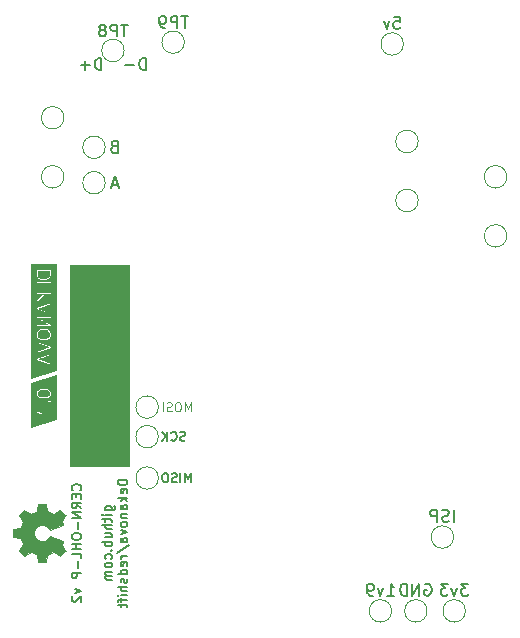
<source format=gbr>
%TF.GenerationSoftware,KiCad,Pcbnew,(6.0.7)*%
%TF.CreationDate,2022-11-12T21:38:40-05:00*%
%TF.ProjectId,redshift,72656473-6869-4667-942e-6b696361645f,0.2*%
%TF.SameCoordinates,Original*%
%TF.FileFunction,Legend,Bot*%
%TF.FilePolarity,Positive*%
%FSLAX46Y46*%
G04 Gerber Fmt 4.6, Leading zero omitted, Abs format (unit mm)*
G04 Created by KiCad (PCBNEW (6.0.7)) date 2022-11-12 21:38:40*
%MOMM*%
%LPD*%
G01*
G04 APERTURE LIST*
%ADD10C,0.069999*%
%ADD11C,0.120000*%
%ADD12C,0.150000*%
%ADD13C,0.125000*%
%ADD14C,1.500000*%
%ADD15O,2.700000X1.700000*%
%ADD16C,1.700000*%
%ADD17O,1.050000X2.100000*%
%ADD18O,1.000000X2.000000*%
%ADD19C,0.650000*%
%ADD20O,1.350000X1.350000*%
%ADD21R,1.350000X1.350000*%
%ADD22C,1.400000*%
%ADD23R,1.400000X1.400000*%
G04 APERTURE END LIST*
D10*
G36*
X3420550Y10822418D02*
G01*
X3421961Y10822313D01*
X3423366Y10822141D01*
X3424762Y10821903D01*
X3426147Y10821600D01*
X3427519Y10821235D01*
X3428877Y10820810D01*
X3430217Y10820325D01*
X3432838Y10819186D01*
X3435364Y10817831D01*
X3437779Y10816275D01*
X3440066Y10814530D01*
X3442207Y10812612D01*
X3444186Y10810533D01*
X3445986Y10808308D01*
X3446813Y10807145D01*
X3447588Y10805950D01*
X3448310Y10804726D01*
X3448977Y10803474D01*
X3449586Y10802195D01*
X3450135Y10800892D01*
X3450622Y10799566D01*
X3451045Y10798218D01*
X3451402Y10796852D01*
X3451690Y10795467D01*
X3562164Y10201498D01*
X3562451Y10200103D01*
X3562803Y10198704D01*
X3563693Y10195902D01*
X3564818Y10193112D01*
X3566162Y10190351D01*
X3567709Y10187638D01*
X3569442Y10184992D01*
X3571345Y10182430D01*
X3573402Y10179970D01*
X3575595Y10177632D01*
X3577910Y10175433D01*
X3580329Y10173392D01*
X3582836Y10171527D01*
X3585415Y10169857D01*
X3588049Y10168398D01*
X3590722Y10167171D01*
X3592068Y10166650D01*
X3593418Y10166193D01*
X4056656Y9980768D01*
X4059291Y9979621D01*
X4062082Y9978664D01*
X4065004Y9977896D01*
X4068034Y9977316D01*
X4071147Y9976921D01*
X4074319Y9976710D01*
X4077526Y9976680D01*
X4080744Y9976831D01*
X4083949Y9977160D01*
X4087115Y9977666D01*
X4090220Y9978347D01*
X4093239Y9979201D01*
X4096148Y9980226D01*
X4098922Y9981421D01*
X4101538Y9982784D01*
X4103971Y9984313D01*
X4595641Y10321667D01*
X4596827Y10322436D01*
X4598048Y10323144D01*
X4599301Y10323793D01*
X4600585Y10324383D01*
X4601896Y10324913D01*
X4603232Y10325384D01*
X4605966Y10326151D01*
X4608766Y10326685D01*
X4611611Y10326988D01*
X4614478Y10327062D01*
X4617347Y10326909D01*
X4620196Y10326531D01*
X4623002Y10325931D01*
X4625745Y10325110D01*
X4628402Y10324069D01*
X4630953Y10322812D01*
X4632181Y10322103D01*
X4633375Y10321340D01*
X4634531Y10320525D01*
X4635647Y10319656D01*
X4636720Y10318734D01*
X4637747Y10317760D01*
X5080873Y9874562D01*
X5081843Y9873538D01*
X5082762Y9872469D01*
X5083628Y9871356D01*
X5084441Y9870202D01*
X5085201Y9869011D01*
X5085908Y9867785D01*
X5086561Y9866526D01*
X5087161Y9865238D01*
X5087707Y9863923D01*
X5088198Y9862584D01*
X5089017Y9859843D01*
X5089617Y9857038D01*
X5089994Y9854190D01*
X5090147Y9851321D01*
X5090074Y9848452D01*
X5089773Y9845605D01*
X5089537Y9844197D01*
X5089243Y9842802D01*
X5088890Y9841423D01*
X5088480Y9840064D01*
X5088011Y9838726D01*
X5087483Y9837412D01*
X5086896Y9836126D01*
X5086250Y9834869D01*
X5085545Y9833645D01*
X5084780Y9832456D01*
X4753285Y9349540D01*
X4751780Y9347112D01*
X4750460Y9344511D01*
X4749324Y9341760D01*
X4748375Y9338883D01*
X4747612Y9335905D01*
X4747036Y9332849D01*
X4746647Y9329738D01*
X4746447Y9326598D01*
X4746436Y9323450D01*
X4746614Y9320320D01*
X4746982Y9317232D01*
X4747541Y9314208D01*
X4748291Y9311273D01*
X4749232Y9308450D01*
X4750367Y9305764D01*
X4751694Y9303238D01*
X4865423Y9090249D01*
X4866032Y9088978D01*
X4866567Y9087697D01*
X4867028Y9086407D01*
X4867418Y9085110D01*
X4867736Y9083809D01*
X4867983Y9082505D01*
X4868161Y9081202D01*
X4868270Y9079902D01*
X4868312Y9078606D01*
X4868286Y9077316D01*
X4868193Y9076036D01*
X4868036Y9074768D01*
X4867814Y9073513D01*
X4867528Y9072273D01*
X4867180Y9071052D01*
X4866769Y9069851D01*
X4866297Y9068673D01*
X4865766Y9067520D01*
X4865174Y9066393D01*
X4864525Y9065296D01*
X4863817Y9064231D01*
X4863053Y9063199D01*
X4862233Y9062203D01*
X4861357Y9061246D01*
X4860428Y9060329D01*
X4859445Y9059454D01*
X4858409Y9058625D01*
X4857322Y9057843D01*
X4856184Y9057111D01*
X4854996Y9056430D01*
X4853759Y9055803D01*
X4852474Y9055233D01*
X3791360Y8616014D01*
X3790040Y8615503D01*
X3788699Y8615059D01*
X3787341Y8614683D01*
X3785967Y8614372D01*
X3784581Y8614126D01*
X3783185Y8613945D01*
X3780372Y8613771D01*
X3777549Y8613844D01*
X3774736Y8614157D01*
X3771954Y8614703D01*
X3769222Y8615474D01*
X3766562Y8616465D01*
X3763993Y8617668D01*
X3761537Y8619077D01*
X3759212Y8620685D01*
X3757040Y8622484D01*
X3756017Y8623453D01*
X3755040Y8624468D01*
X3754112Y8625527D01*
X3753234Y8626630D01*
X3752410Y8627776D01*
X3751641Y8628964D01*
X3719013Y8682211D01*
X3716569Y8686059D01*
X3713779Y8690162D01*
X3710704Y8694445D01*
X3707405Y8698832D01*
X3703942Y8703249D01*
X3700377Y8707621D01*
X3696771Y8711871D01*
X3693185Y8715925D01*
X3669033Y8751206D01*
X3642810Y8784879D01*
X3614609Y8816853D01*
X3584520Y8847034D01*
X3552635Y8875331D01*
X3519045Y8901651D01*
X3483840Y8925902D01*
X3447113Y8947992D01*
X3408954Y8967829D01*
X3389366Y8976874D01*
X3369455Y8985320D01*
X3349231Y8993157D01*
X3328706Y9000374D01*
X3307892Y9006957D01*
X3286799Y9012897D01*
X3265440Y9018181D01*
X3243826Y9022798D01*
X3221968Y9026736D01*
X3199877Y9029984D01*
X3177565Y9032530D01*
X3155043Y9034363D01*
X3132324Y9035472D01*
X3109417Y9035844D01*
X3073749Y9034942D01*
X3038549Y9032264D01*
X3003861Y9027856D01*
X2969728Y9021759D01*
X2936194Y9014018D01*
X2903302Y9004676D01*
X2871095Y8993776D01*
X2839619Y8981364D01*
X2808915Y8967481D01*
X2779027Y8952171D01*
X2750000Y8935479D01*
X2721876Y8917448D01*
X2694700Y8898120D01*
X2668514Y8877541D01*
X2643363Y8855753D01*
X2619290Y8832800D01*
X2596338Y8808726D01*
X2574551Y8783574D01*
X2553973Y8757388D01*
X2534646Y8730211D01*
X2516616Y8702087D01*
X2499925Y8673060D01*
X2484617Y8643173D01*
X2470735Y8612470D01*
X2458323Y8580994D01*
X2447425Y8548788D01*
X2438084Y8515898D01*
X2430344Y8482365D01*
X2424247Y8448234D01*
X2419839Y8413548D01*
X2417162Y8378352D01*
X2416260Y8342687D01*
X2417162Y8307023D01*
X2419839Y8271827D01*
X2424247Y8237144D01*
X2430344Y8203015D01*
X2438084Y8169486D01*
X2447425Y8136599D01*
X2458323Y8104398D01*
X2470735Y8072927D01*
X2484617Y8042229D01*
X2499925Y8012347D01*
X2516616Y7983326D01*
X2534646Y7955209D01*
X2553973Y7928038D01*
X2574551Y7901859D01*
X2596338Y7876713D01*
X2619290Y7852646D01*
X2643363Y7829700D01*
X2668514Y7807919D01*
X2694700Y7787346D01*
X2721876Y7768025D01*
X2750000Y7750000D01*
X2779027Y7733314D01*
X2808915Y7718010D01*
X2839619Y7704132D01*
X2871095Y7691725D01*
X2903302Y7680830D01*
X2936194Y7671492D01*
X2969728Y7663754D01*
X3003861Y7657660D01*
X3038549Y7653253D01*
X3073749Y7650577D01*
X3109417Y7649675D01*
X3155043Y7651154D01*
X3199877Y7655530D01*
X3243826Y7662711D01*
X3286799Y7672605D01*
X3328706Y7685121D01*
X3369455Y7700166D01*
X3408954Y7717648D01*
X3447113Y7737476D01*
X3483840Y7759558D01*
X3519045Y7783802D01*
X3552635Y7810116D01*
X3584520Y7838408D01*
X3614609Y7868587D01*
X3642810Y7900560D01*
X3669033Y7934235D01*
X3693185Y7969521D01*
X3696771Y7973553D01*
X3700377Y7977789D01*
X3703942Y7982151D01*
X3707405Y7986564D01*
X3710704Y7990949D01*
X3713779Y7995228D01*
X3716569Y7999325D01*
X3719013Y8003162D01*
X3751641Y8056482D01*
X3752410Y8057663D01*
X3753234Y8058802D01*
X3754112Y8059899D01*
X3755040Y8060952D01*
X3756017Y8061961D01*
X3757040Y8062925D01*
X3758105Y8063843D01*
X3759212Y8064714D01*
X3760356Y8065537D01*
X3761537Y8066312D01*
X3762750Y8067038D01*
X3763993Y8067713D01*
X3765265Y8068337D01*
X3766562Y8068909D01*
X3767882Y8069429D01*
X3769222Y8069894D01*
X3770580Y8070306D01*
X3771954Y8070662D01*
X3773340Y8070962D01*
X3774736Y8071204D01*
X3776140Y8071389D01*
X3777549Y8071515D01*
X3778960Y8071582D01*
X3780372Y8071588D01*
X3781781Y8071533D01*
X3783185Y8071416D01*
X3784581Y8071236D01*
X3785967Y8070992D01*
X3787341Y8070683D01*
X3788699Y8070309D01*
X3790040Y8069868D01*
X3791360Y8069360D01*
X4852546Y7630214D01*
X4853831Y7629643D01*
X4855067Y7629017D01*
X4856253Y7628336D01*
X4857390Y7627604D01*
X4858474Y7626823D01*
X4859507Y7625995D01*
X4860487Y7625122D01*
X4861413Y7624206D01*
X4862285Y7623250D01*
X4863101Y7622255D01*
X4863861Y7621224D01*
X4864564Y7620160D01*
X4865210Y7619064D01*
X4865796Y7617939D01*
X4866324Y7616786D01*
X4866791Y7615609D01*
X4867198Y7614409D01*
X4867542Y7613188D01*
X4867824Y7611950D01*
X4868043Y7610695D01*
X4868197Y7609427D01*
X4868286Y7608146D01*
X4868309Y7606857D01*
X4868266Y7605560D01*
X4868155Y7604259D01*
X4867976Y7602955D01*
X4867728Y7601650D01*
X4867410Y7600347D01*
X4867022Y7599048D01*
X4866562Y7597756D01*
X4866029Y7596472D01*
X4865423Y7595198D01*
X4751694Y7382208D01*
X4750366Y7379676D01*
X4749231Y7376985D01*
X4748288Y7374160D01*
X4747536Y7371223D01*
X4746975Y7368198D01*
X4746604Y7365110D01*
X4746424Y7361981D01*
X4746433Y7358835D01*
X4746632Y7355696D01*
X4747019Y7352588D01*
X4747595Y7349534D01*
X4748359Y7346558D01*
X4749310Y7343684D01*
X4750449Y7340934D01*
X4751774Y7338334D01*
X4753285Y7335906D01*
X5084780Y6852917D01*
X5085545Y6851732D01*
X5086250Y6850511D01*
X5086896Y6849257D01*
X5087483Y6847974D01*
X5088011Y6846663D01*
X5088480Y6845328D01*
X5089243Y6842594D01*
X5089773Y6839795D01*
X5090074Y6836951D01*
X5090147Y6834086D01*
X5089994Y6831220D01*
X5089617Y6828375D01*
X5089017Y6825574D01*
X5088198Y6822837D01*
X5087161Y6820186D01*
X5085908Y6817644D01*
X5085201Y6816420D01*
X5084441Y6815232D01*
X5083628Y6814081D01*
X5082762Y6812971D01*
X5081843Y6811904D01*
X5080873Y6810884D01*
X4637747Y6367614D01*
X4636720Y6366636D01*
X4635647Y6365712D01*
X4634531Y6364842D01*
X4633375Y6364024D01*
X4632181Y6363261D01*
X4630953Y6362551D01*
X4629692Y6361896D01*
X4628402Y6361295D01*
X4627086Y6360749D01*
X4625745Y6360257D01*
X4623002Y6359440D01*
X4620196Y6358845D01*
X4617347Y6358473D01*
X4614478Y6358328D01*
X4611611Y6358410D01*
X4608766Y6358721D01*
X4607359Y6358963D01*
X4605966Y6359263D01*
X4604589Y6359622D01*
X4603232Y6360039D01*
X4601896Y6360514D01*
X4600585Y6361049D01*
X4599301Y6361642D01*
X4598048Y6362295D01*
X4596827Y6363007D01*
X4595641Y6363780D01*
X4103971Y6701206D01*
X4101538Y6702722D01*
X4098922Y6704073D01*
X4096148Y6705258D01*
X4093239Y6706275D01*
X4090220Y6707122D01*
X4087115Y6707797D01*
X4083949Y6708298D01*
X4080744Y6708623D01*
X4077526Y6708771D01*
X4074319Y6708740D01*
X4071147Y6708527D01*
X4068034Y6708131D01*
X4065004Y6707550D01*
X4062082Y6706782D01*
X4059291Y6705826D01*
X4056656Y6704678D01*
X3593491Y6519253D01*
X3592141Y6518793D01*
X3590795Y6518270D01*
X3588121Y6517042D01*
X3585487Y6515586D01*
X3582908Y6513920D01*
X3580401Y6512062D01*
X3577982Y6510029D01*
X3575668Y6507840D01*
X3573474Y6505512D01*
X3571418Y6503063D01*
X3569515Y6500511D01*
X3567781Y6497873D01*
X3566235Y6495167D01*
X3564890Y6492411D01*
X3563765Y6489623D01*
X3563290Y6488222D01*
X3562875Y6486820D01*
X3562523Y6485419D01*
X3562237Y6484020D01*
X3451690Y5890051D01*
X3451402Y5888670D01*
X3451046Y5887306D01*
X3450624Y5885960D01*
X3450138Y5884635D01*
X3449591Y5883331D01*
X3448984Y5882052D01*
X3448319Y5880799D01*
X3447599Y5879573D01*
X3446826Y5878376D01*
X3446002Y5877210D01*
X3445129Y5876077D01*
X3444209Y5874979D01*
X3443244Y5873917D01*
X3442237Y5872893D01*
X3441189Y5871908D01*
X3440102Y5870966D01*
X3438979Y5870067D01*
X3437822Y5869213D01*
X3436633Y5868406D01*
X3435413Y5867648D01*
X3434166Y5866940D01*
X3432893Y5866285D01*
X3431596Y5865683D01*
X3430278Y5865137D01*
X3428940Y5864649D01*
X3427585Y5864221D01*
X3426214Y5863853D01*
X3424831Y5863548D01*
X3423436Y5863308D01*
X3422032Y5863134D01*
X3420622Y5863029D01*
X3419207Y5862993D01*
X2792465Y5862921D01*
X2791046Y5862953D01*
X2789633Y5863054D01*
X2788228Y5863224D01*
X2786831Y5863459D01*
X2785447Y5863759D01*
X2784076Y5864121D01*
X2782720Y5864545D01*
X2781382Y5865027D01*
X2780064Y5865567D01*
X2778767Y5866162D01*
X2776248Y5867513D01*
X2773840Y5869066D01*
X2771561Y5870807D01*
X2769426Y5872722D01*
X2767452Y5874798D01*
X2765655Y5877019D01*
X2764052Y5879373D01*
X2763329Y5880595D01*
X2762660Y5881845D01*
X2762048Y5883121D01*
X2761494Y5884422D01*
X2761001Y5885745D01*
X2760572Y5887090D01*
X2760206Y5888453D01*
X2759908Y5889834D01*
X2646686Y6498779D01*
X2646036Y6501571D01*
X2645141Y6504379D01*
X2644015Y6507184D01*
X2642675Y6509968D01*
X2641136Y6512711D01*
X2639414Y6515395D01*
X2637526Y6518001D01*
X2635487Y6520511D01*
X2633313Y6522906D01*
X2631020Y6525167D01*
X2628623Y6527275D01*
X2626139Y6529213D01*
X2623584Y6530961D01*
X2620973Y6532501D01*
X2618323Y6533813D01*
X2615648Y6534880D01*
X2180192Y6721535D01*
X2177585Y6722744D01*
X2174821Y6723760D01*
X2171925Y6724584D01*
X2168921Y6725218D01*
X2165832Y6725664D01*
X2162682Y6725923D01*
X2159495Y6725997D01*
X2156296Y6725886D01*
X2153107Y6725594D01*
X2149953Y6725121D01*
X2146857Y6724468D01*
X2143844Y6723638D01*
X2140937Y6722631D01*
X2138161Y6721450D01*
X2135538Y6720095D01*
X2133094Y6718569D01*
X1615958Y6363780D01*
X1614772Y6363014D01*
X1613552Y6362307D01*
X1612300Y6361659D01*
X1611017Y6361070D01*
X1609708Y6360539D01*
X1608374Y6360066D01*
X1605645Y6359294D01*
X1602850Y6358754D01*
X1600011Y6358442D01*
X1597150Y6358358D01*
X1594288Y6358501D01*
X1591446Y6358869D01*
X1588646Y6359459D01*
X1585910Y6360272D01*
X1583258Y6361305D01*
X1580712Y6362558D01*
X1579485Y6363265D01*
X1578293Y6364027D01*
X1577138Y6364843D01*
X1576023Y6365713D01*
X1574951Y6366637D01*
X1573924Y6367614D01*
X1130799Y6810812D01*
X1129821Y6811839D01*
X1128897Y6812911D01*
X1128025Y6814026D01*
X1127206Y6815181D01*
X1126441Y6816373D01*
X1125730Y6817599D01*
X1125072Y6818858D01*
X1124469Y6820145D01*
X1123920Y6821459D01*
X1123425Y6822797D01*
X1122602Y6825534D01*
X1122000Y6828334D01*
X1121622Y6831175D01*
X1121470Y6834037D01*
X1121545Y6836898D01*
X1121850Y6839737D01*
X1122089Y6841141D01*
X1122387Y6842532D01*
X1122743Y6843906D01*
X1123158Y6845261D01*
X1123631Y6846595D01*
X1124164Y6847904D01*
X1124756Y6849187D01*
X1125408Y6850439D01*
X1126120Y6851660D01*
X1126892Y6852845D01*
X1487976Y7379025D01*
X1489497Y7381459D01*
X1490852Y7384077D01*
X1492038Y7386854D01*
X1493055Y7389767D01*
X1493899Y7392791D01*
X1494570Y7395900D01*
X1495066Y7399071D01*
X1495385Y7402279D01*
X1495526Y7405500D01*
X1495486Y7408709D01*
X1495265Y7411882D01*
X1494861Y7414993D01*
X1494271Y7418019D01*
X1493495Y7420935D01*
X1492531Y7423717D01*
X1491376Y7426340D01*
X1318539Y7848485D01*
X1318062Y7849827D01*
X1317521Y7851165D01*
X1316919Y7852498D01*
X1316258Y7853822D01*
X1314766Y7856438D01*
X1313066Y7858997D01*
X1311174Y7861485D01*
X1309110Y7863885D01*
X1306890Y7866182D01*
X1304534Y7868359D01*
X1302059Y7870402D01*
X1299484Y7872293D01*
X1296827Y7874018D01*
X1294106Y7875561D01*
X1291339Y7876906D01*
X1288544Y7878037D01*
X1285740Y7878938D01*
X1284340Y7879298D01*
X1282944Y7879594D01*
X653091Y7996796D01*
X651707Y7997087D01*
X650340Y7997446D01*
X648993Y7997871D01*
X647667Y7998359D01*
X646364Y7998908D01*
X645085Y7999517D01*
X643833Y8000182D01*
X642608Y8000903D01*
X641414Y8001676D01*
X640250Y8002501D01*
X639120Y8003374D01*
X638025Y8004294D01*
X636967Y8005258D01*
X635947Y8006265D01*
X634967Y8007313D01*
X634028Y8008398D01*
X633134Y8009520D01*
X632284Y8010676D01*
X631482Y8011865D01*
X630728Y8013083D01*
X630024Y8014329D01*
X629373Y8015601D01*
X628775Y8016896D01*
X628234Y8018214D01*
X627749Y8019550D01*
X627323Y8020905D01*
X626959Y8022274D01*
X626656Y8023657D01*
X626418Y8025051D01*
X626246Y8026454D01*
X626141Y8027865D01*
X626106Y8029280D01*
X626106Y8656022D01*
X626141Y8657434D01*
X626246Y8658841D01*
X626418Y8660242D01*
X626656Y8661634D01*
X626959Y8663015D01*
X627323Y8664383D01*
X627749Y8665736D01*
X628234Y8667072D01*
X628775Y8668389D01*
X629373Y8669684D01*
X630728Y8672202D01*
X632284Y8674610D01*
X634028Y8676889D01*
X635947Y8679025D01*
X638025Y8680998D01*
X640250Y8682794D01*
X641414Y8683619D01*
X642608Y8684394D01*
X643833Y8685115D01*
X645085Y8685782D01*
X646364Y8686391D01*
X647667Y8686941D01*
X648993Y8687430D01*
X650340Y8687855D01*
X651707Y8688214D01*
X653091Y8688506D01*
X1282944Y8805708D01*
X1285740Y8806363D01*
X1288544Y8807263D01*
X1291339Y8808392D01*
X1294106Y8809735D01*
X1296827Y8811276D01*
X1299484Y8812998D01*
X1302059Y8814888D01*
X1304534Y8816928D01*
X1306890Y8819104D01*
X1309110Y8821400D01*
X1311174Y8823800D01*
X1313066Y8826289D01*
X1314766Y8828850D01*
X1316258Y8831469D01*
X1317521Y8834130D01*
X1318539Y8836817D01*
X1491376Y9258962D01*
X1492531Y9261591D01*
X1493495Y9264378D01*
X1494271Y9267299D01*
X1494861Y9270329D01*
X1495265Y9273444D01*
X1495486Y9276619D01*
X1495526Y9279829D01*
X1495385Y9283050D01*
X1495066Y9286258D01*
X1494570Y9289428D01*
X1493899Y9292535D01*
X1493055Y9295555D01*
X1492038Y9298464D01*
X1490852Y9301237D01*
X1489497Y9303849D01*
X1487976Y9306277D01*
X1126892Y9832456D01*
X1126120Y9833645D01*
X1125408Y9834869D01*
X1124756Y9836126D01*
X1124164Y9837412D01*
X1123631Y9838726D01*
X1123158Y9840064D01*
X1122387Y9842802D01*
X1121850Y9845605D01*
X1121545Y9848452D01*
X1121470Y9851321D01*
X1121622Y9854190D01*
X1122000Y9857038D01*
X1122602Y9859843D01*
X1123425Y9862584D01*
X1124469Y9865238D01*
X1125730Y9867785D01*
X1126441Y9869011D01*
X1127206Y9870202D01*
X1128025Y9871356D01*
X1128897Y9872469D01*
X1129821Y9873538D01*
X1130799Y9874562D01*
X1573924Y10317688D01*
X1574951Y10318662D01*
X1576023Y10319584D01*
X1577138Y10320453D01*
X1578293Y10321270D01*
X1579485Y10322033D01*
X1580712Y10322743D01*
X1581970Y10323400D01*
X1583258Y10324002D01*
X1584572Y10324551D01*
X1585910Y10325045D01*
X1588646Y10325868D01*
X1591446Y10326471D01*
X1594288Y10326851D01*
X1597150Y10327005D01*
X1600011Y10326932D01*
X1602850Y10326629D01*
X1604254Y10326391D01*
X1605645Y10326094D01*
X1607019Y10325739D01*
X1608374Y10325326D01*
X1609708Y10324853D01*
X1611017Y10324321D01*
X1612300Y10323729D01*
X1613552Y10323078D01*
X1614772Y10322366D01*
X1615958Y10321595D01*
X2133094Y9966732D01*
X2135538Y9965220D01*
X2138161Y9963878D01*
X2140937Y9962708D01*
X2143844Y9961712D01*
X2146857Y9960891D01*
X2149953Y9960246D01*
X2153107Y9959780D01*
X2156296Y9959493D01*
X2159495Y9959387D01*
X2162682Y9959464D01*
X2165832Y9959724D01*
X2168921Y9960170D01*
X2171925Y9960803D01*
X2174821Y9961625D01*
X2177585Y9962636D01*
X2180192Y9963839D01*
X2615648Y10150566D01*
X2616988Y10151064D01*
X2618323Y10151625D01*
X2620973Y10152929D01*
X2623584Y10154458D01*
X2626139Y10156196D01*
X2628623Y10158123D01*
X2631020Y10160221D01*
X2633313Y10162472D01*
X2635487Y10164858D01*
X2637526Y10167360D01*
X2639414Y10169960D01*
X2641136Y10172640D01*
X2642675Y10175381D01*
X2644015Y10178166D01*
X2645141Y10180975D01*
X2645618Y10182383D01*
X2646036Y10183791D01*
X2646393Y10185196D01*
X2646686Y10186595D01*
X2759908Y10795467D01*
X2760206Y10796855D01*
X2760571Y10798224D01*
X2761001Y10799574D01*
X2761493Y10800902D01*
X2762045Y10802207D01*
X2762657Y10803487D01*
X2763324Y10804741D01*
X2764046Y10805966D01*
X2764821Y10807161D01*
X2765646Y10808325D01*
X2766519Y10809455D01*
X2767439Y10810550D01*
X2768403Y10811608D01*
X2769408Y10812627D01*
X2770455Y10813607D01*
X2771539Y10814544D01*
X2772659Y10815438D01*
X2773813Y10816287D01*
X2774999Y10817088D01*
X2776215Y10817841D01*
X2777459Y10818543D01*
X2778728Y10819193D01*
X2780022Y10819790D01*
X2781337Y10820330D01*
X2782671Y10820814D01*
X2784024Y10821239D01*
X2785392Y10821603D01*
X2786773Y10821904D01*
X2788166Y10822142D01*
X2789568Y10822313D01*
X2790978Y10822418D01*
X2792392Y10822453D01*
X3419134Y10822453D01*
X3420550Y10822418D01*
G37*
X3420550Y10822418D02*
X3421961Y10822313D01*
X3423366Y10822141D01*
X3424762Y10821903D01*
X3426147Y10821600D01*
X3427519Y10821235D01*
X3428877Y10820810D01*
X3430217Y10820325D01*
X3432838Y10819186D01*
X3435364Y10817831D01*
X3437779Y10816275D01*
X3440066Y10814530D01*
X3442207Y10812612D01*
X3444186Y10810533D01*
X3445986Y10808308D01*
X3446813Y10807145D01*
X3447588Y10805950D01*
X3448310Y10804726D01*
X3448977Y10803474D01*
X3449586Y10802195D01*
X3450135Y10800892D01*
X3450622Y10799566D01*
X3451045Y10798218D01*
X3451402Y10796852D01*
X3451690Y10795467D01*
X3562164Y10201498D01*
X3562451Y10200103D01*
X3562803Y10198704D01*
X3563693Y10195902D01*
X3564818Y10193112D01*
X3566162Y10190351D01*
X3567709Y10187638D01*
X3569442Y10184992D01*
X3571345Y10182430D01*
X3573402Y10179970D01*
X3575595Y10177632D01*
X3577910Y10175433D01*
X3580329Y10173392D01*
X3582836Y10171527D01*
X3585415Y10169857D01*
X3588049Y10168398D01*
X3590722Y10167171D01*
X3592068Y10166650D01*
X3593418Y10166193D01*
X4056656Y9980768D01*
X4059291Y9979621D01*
X4062082Y9978664D01*
X4065004Y9977896D01*
X4068034Y9977316D01*
X4071147Y9976921D01*
X4074319Y9976710D01*
X4077526Y9976680D01*
X4080744Y9976831D01*
X4083949Y9977160D01*
X4087115Y9977666D01*
X4090220Y9978347D01*
X4093239Y9979201D01*
X4096148Y9980226D01*
X4098922Y9981421D01*
X4101538Y9982784D01*
X4103971Y9984313D01*
X4595641Y10321667D01*
X4596827Y10322436D01*
X4598048Y10323144D01*
X4599301Y10323793D01*
X4600585Y10324383D01*
X4601896Y10324913D01*
X4603232Y10325384D01*
X4605966Y10326151D01*
X4608766Y10326685D01*
X4611611Y10326988D01*
X4614478Y10327062D01*
X4617347Y10326909D01*
X4620196Y10326531D01*
X4623002Y10325931D01*
X4625745Y10325110D01*
X4628402Y10324069D01*
X4630953Y10322812D01*
X4632181Y10322103D01*
X4633375Y10321340D01*
X4634531Y10320525D01*
X4635647Y10319656D01*
X4636720Y10318734D01*
X4637747Y10317760D01*
X5080873Y9874562D01*
X5081843Y9873538D01*
X5082762Y9872469D01*
X5083628Y9871356D01*
X5084441Y9870202D01*
X5085201Y9869011D01*
X5085908Y9867785D01*
X5086561Y9866526D01*
X5087161Y9865238D01*
X5087707Y9863923D01*
X5088198Y9862584D01*
X5089017Y9859843D01*
X5089617Y9857038D01*
X5089994Y9854190D01*
X5090147Y9851321D01*
X5090074Y9848452D01*
X5089773Y9845605D01*
X5089537Y9844197D01*
X5089243Y9842802D01*
X5088890Y9841423D01*
X5088480Y9840064D01*
X5088011Y9838726D01*
X5087483Y9837412D01*
X5086896Y9836126D01*
X5086250Y9834869D01*
X5085545Y9833645D01*
X5084780Y9832456D01*
X4753285Y9349540D01*
X4751780Y9347112D01*
X4750460Y9344511D01*
X4749324Y9341760D01*
X4748375Y9338883D01*
X4747612Y9335905D01*
X4747036Y9332849D01*
X4746647Y9329738D01*
X4746447Y9326598D01*
X4746436Y9323450D01*
X4746614Y9320320D01*
X4746982Y9317232D01*
X4747541Y9314208D01*
X4748291Y9311273D01*
X4749232Y9308450D01*
X4750367Y9305764D01*
X4751694Y9303238D01*
X4865423Y9090249D01*
X4866032Y9088978D01*
X4866567Y9087697D01*
X4867028Y9086407D01*
X4867418Y9085110D01*
X4867736Y9083809D01*
X4867983Y9082505D01*
X4868161Y9081202D01*
X4868270Y9079902D01*
X4868312Y9078606D01*
X4868286Y9077316D01*
X4868193Y9076036D01*
X4868036Y9074768D01*
X4867814Y9073513D01*
X4867528Y9072273D01*
X4867180Y9071052D01*
X4866769Y9069851D01*
X4866297Y9068673D01*
X4865766Y9067520D01*
X4865174Y9066393D01*
X4864525Y9065296D01*
X4863817Y9064231D01*
X4863053Y9063199D01*
X4862233Y9062203D01*
X4861357Y9061246D01*
X4860428Y9060329D01*
X4859445Y9059454D01*
X4858409Y9058625D01*
X4857322Y9057843D01*
X4856184Y9057111D01*
X4854996Y9056430D01*
X4853759Y9055803D01*
X4852474Y9055233D01*
X3791360Y8616014D01*
X3790040Y8615503D01*
X3788699Y8615059D01*
X3787341Y8614683D01*
X3785967Y8614372D01*
X3784581Y8614126D01*
X3783185Y8613945D01*
X3780372Y8613771D01*
X3777549Y8613844D01*
X3774736Y8614157D01*
X3771954Y8614703D01*
X3769222Y8615474D01*
X3766562Y8616465D01*
X3763993Y8617668D01*
X3761537Y8619077D01*
X3759212Y8620685D01*
X3757040Y8622484D01*
X3756017Y8623453D01*
X3755040Y8624468D01*
X3754112Y8625527D01*
X3753234Y8626630D01*
X3752410Y8627776D01*
X3751641Y8628964D01*
X3719013Y8682211D01*
X3716569Y8686059D01*
X3713779Y8690162D01*
X3710704Y8694445D01*
X3707405Y8698832D01*
X3703942Y8703249D01*
X3700377Y8707621D01*
X3696771Y8711871D01*
X3693185Y8715925D01*
X3669033Y8751206D01*
X3642810Y8784879D01*
X3614609Y8816853D01*
X3584520Y8847034D01*
X3552635Y8875331D01*
X3519045Y8901651D01*
X3483840Y8925902D01*
X3447113Y8947992D01*
X3408954Y8967829D01*
X3389366Y8976874D01*
X3369455Y8985320D01*
X3349231Y8993157D01*
X3328706Y9000374D01*
X3307892Y9006957D01*
X3286799Y9012897D01*
X3265440Y9018181D01*
X3243826Y9022798D01*
X3221968Y9026736D01*
X3199877Y9029984D01*
X3177565Y9032530D01*
X3155043Y9034363D01*
X3132324Y9035472D01*
X3109417Y9035844D01*
X3073749Y9034942D01*
X3038549Y9032264D01*
X3003861Y9027856D01*
X2969728Y9021759D01*
X2936194Y9014018D01*
X2903302Y9004676D01*
X2871095Y8993776D01*
X2839619Y8981364D01*
X2808915Y8967481D01*
X2779027Y8952171D01*
X2750000Y8935479D01*
X2721876Y8917448D01*
X2694700Y8898120D01*
X2668514Y8877541D01*
X2643363Y8855753D01*
X2619290Y8832800D01*
X2596338Y8808726D01*
X2574551Y8783574D01*
X2553973Y8757388D01*
X2534646Y8730211D01*
X2516616Y8702087D01*
X2499925Y8673060D01*
X2484617Y8643173D01*
X2470735Y8612470D01*
X2458323Y8580994D01*
X2447425Y8548788D01*
X2438084Y8515898D01*
X2430344Y8482365D01*
X2424247Y8448234D01*
X2419839Y8413548D01*
X2417162Y8378352D01*
X2416260Y8342687D01*
X2417162Y8307023D01*
X2419839Y8271827D01*
X2424247Y8237144D01*
X2430344Y8203015D01*
X2438084Y8169486D01*
X2447425Y8136599D01*
X2458323Y8104398D01*
X2470735Y8072927D01*
X2484617Y8042229D01*
X2499925Y8012347D01*
X2516616Y7983326D01*
X2534646Y7955209D01*
X2553973Y7928038D01*
X2574551Y7901859D01*
X2596338Y7876713D01*
X2619290Y7852646D01*
X2643363Y7829700D01*
X2668514Y7807919D01*
X2694700Y7787346D01*
X2721876Y7768025D01*
X2750000Y7750000D01*
X2779027Y7733314D01*
X2808915Y7718010D01*
X2839619Y7704132D01*
X2871095Y7691725D01*
X2903302Y7680830D01*
X2936194Y7671492D01*
X2969728Y7663754D01*
X3003861Y7657660D01*
X3038549Y7653253D01*
X3073749Y7650577D01*
X3109417Y7649675D01*
X3155043Y7651154D01*
X3199877Y7655530D01*
X3243826Y7662711D01*
X3286799Y7672605D01*
X3328706Y7685121D01*
X3369455Y7700166D01*
X3408954Y7717648D01*
X3447113Y7737476D01*
X3483840Y7759558D01*
X3519045Y7783802D01*
X3552635Y7810116D01*
X3584520Y7838408D01*
X3614609Y7868587D01*
X3642810Y7900560D01*
X3669033Y7934235D01*
X3693185Y7969521D01*
X3696771Y7973553D01*
X3700377Y7977789D01*
X3703942Y7982151D01*
X3707405Y7986564D01*
X3710704Y7990949D01*
X3713779Y7995228D01*
X3716569Y7999325D01*
X3719013Y8003162D01*
X3751641Y8056482D01*
X3752410Y8057663D01*
X3753234Y8058802D01*
X3754112Y8059899D01*
X3755040Y8060952D01*
X3756017Y8061961D01*
X3757040Y8062925D01*
X3758105Y8063843D01*
X3759212Y8064714D01*
X3760356Y8065537D01*
X3761537Y8066312D01*
X3762750Y8067038D01*
X3763993Y8067713D01*
X3765265Y8068337D01*
X3766562Y8068909D01*
X3767882Y8069429D01*
X3769222Y8069894D01*
X3770580Y8070306D01*
X3771954Y8070662D01*
X3773340Y8070962D01*
X3774736Y8071204D01*
X3776140Y8071389D01*
X3777549Y8071515D01*
X3778960Y8071582D01*
X3780372Y8071588D01*
X3781781Y8071533D01*
X3783185Y8071416D01*
X3784581Y8071236D01*
X3785967Y8070992D01*
X3787341Y8070683D01*
X3788699Y8070309D01*
X3790040Y8069868D01*
X3791360Y8069360D01*
X4852546Y7630214D01*
X4853831Y7629643D01*
X4855067Y7629017D01*
X4856253Y7628336D01*
X4857390Y7627604D01*
X4858474Y7626823D01*
X4859507Y7625995D01*
X4860487Y7625122D01*
X4861413Y7624206D01*
X4862285Y7623250D01*
X4863101Y7622255D01*
X4863861Y7621224D01*
X4864564Y7620160D01*
X4865210Y7619064D01*
X4865796Y7617939D01*
X4866324Y7616786D01*
X4866791Y7615609D01*
X4867198Y7614409D01*
X4867542Y7613188D01*
X4867824Y7611950D01*
X4868043Y7610695D01*
X4868197Y7609427D01*
X4868286Y7608146D01*
X4868309Y7606857D01*
X4868266Y7605560D01*
X4868155Y7604259D01*
X4867976Y7602955D01*
X4867728Y7601650D01*
X4867410Y7600347D01*
X4867022Y7599048D01*
X4866562Y7597756D01*
X4866029Y7596472D01*
X4865423Y7595198D01*
X4751694Y7382208D01*
X4750366Y7379676D01*
X4749231Y7376985D01*
X4748288Y7374160D01*
X4747536Y7371223D01*
X4746975Y7368198D01*
X4746604Y7365110D01*
X4746424Y7361981D01*
X4746433Y7358835D01*
X4746632Y7355696D01*
X4747019Y7352588D01*
X4747595Y7349534D01*
X4748359Y7346558D01*
X4749310Y7343684D01*
X4750449Y7340934D01*
X4751774Y7338334D01*
X4753285Y7335906D01*
X5084780Y6852917D01*
X5085545Y6851732D01*
X5086250Y6850511D01*
X5086896Y6849257D01*
X5087483Y6847974D01*
X5088011Y6846663D01*
X5088480Y6845328D01*
X5089243Y6842594D01*
X5089773Y6839795D01*
X5090074Y6836951D01*
X5090147Y6834086D01*
X5089994Y6831220D01*
X5089617Y6828375D01*
X5089017Y6825574D01*
X5088198Y6822837D01*
X5087161Y6820186D01*
X5085908Y6817644D01*
X5085201Y6816420D01*
X5084441Y6815232D01*
X5083628Y6814081D01*
X5082762Y6812971D01*
X5081843Y6811904D01*
X5080873Y6810884D01*
X4637747Y6367614D01*
X4636720Y6366636D01*
X4635647Y6365712D01*
X4634531Y6364842D01*
X4633375Y6364024D01*
X4632181Y6363261D01*
X4630953Y6362551D01*
X4629692Y6361896D01*
X4628402Y6361295D01*
X4627086Y6360749D01*
X4625745Y6360257D01*
X4623002Y6359440D01*
X4620196Y6358845D01*
X4617347Y6358473D01*
X4614478Y6358328D01*
X4611611Y6358410D01*
X4608766Y6358721D01*
X4607359Y6358963D01*
X4605966Y6359263D01*
X4604589Y6359622D01*
X4603232Y6360039D01*
X4601896Y6360514D01*
X4600585Y6361049D01*
X4599301Y6361642D01*
X4598048Y6362295D01*
X4596827Y6363007D01*
X4595641Y6363780D01*
X4103971Y6701206D01*
X4101538Y6702722D01*
X4098922Y6704073D01*
X4096148Y6705258D01*
X4093239Y6706275D01*
X4090220Y6707122D01*
X4087115Y6707797D01*
X4083949Y6708298D01*
X4080744Y6708623D01*
X4077526Y6708771D01*
X4074319Y6708740D01*
X4071147Y6708527D01*
X4068034Y6708131D01*
X4065004Y6707550D01*
X4062082Y6706782D01*
X4059291Y6705826D01*
X4056656Y6704678D01*
X3593491Y6519253D01*
X3592141Y6518793D01*
X3590795Y6518270D01*
X3588121Y6517042D01*
X3585487Y6515586D01*
X3582908Y6513920D01*
X3580401Y6512062D01*
X3577982Y6510029D01*
X3575668Y6507840D01*
X3573474Y6505512D01*
X3571418Y6503063D01*
X3569515Y6500511D01*
X3567781Y6497873D01*
X3566235Y6495167D01*
X3564890Y6492411D01*
X3563765Y6489623D01*
X3563290Y6488222D01*
X3562875Y6486820D01*
X3562523Y6485419D01*
X3562237Y6484020D01*
X3451690Y5890051D01*
X3451402Y5888670D01*
X3451046Y5887306D01*
X3450624Y5885960D01*
X3450138Y5884635D01*
X3449591Y5883331D01*
X3448984Y5882052D01*
X3448319Y5880799D01*
X3447599Y5879573D01*
X3446826Y5878376D01*
X3446002Y5877210D01*
X3445129Y5876077D01*
X3444209Y5874979D01*
X3443244Y5873917D01*
X3442237Y5872893D01*
X3441189Y5871908D01*
X3440102Y5870966D01*
X3438979Y5870067D01*
X3437822Y5869213D01*
X3436633Y5868406D01*
X3435413Y5867648D01*
X3434166Y5866940D01*
X3432893Y5866285D01*
X3431596Y5865683D01*
X3430278Y5865137D01*
X3428940Y5864649D01*
X3427585Y5864221D01*
X3426214Y5863853D01*
X3424831Y5863548D01*
X3423436Y5863308D01*
X3422032Y5863134D01*
X3420622Y5863029D01*
X3419207Y5862993D01*
X2792465Y5862921D01*
X2791046Y5862953D01*
X2789633Y5863054D01*
X2788228Y5863224D01*
X2786831Y5863459D01*
X2785447Y5863759D01*
X2784076Y5864121D01*
X2782720Y5864545D01*
X2781382Y5865027D01*
X2780064Y5865567D01*
X2778767Y5866162D01*
X2776248Y5867513D01*
X2773840Y5869066D01*
X2771561Y5870807D01*
X2769426Y5872722D01*
X2767452Y5874798D01*
X2765655Y5877019D01*
X2764052Y5879373D01*
X2763329Y5880595D01*
X2762660Y5881845D01*
X2762048Y5883121D01*
X2761494Y5884422D01*
X2761001Y5885745D01*
X2760572Y5887090D01*
X2760206Y5888453D01*
X2759908Y5889834D01*
X2646686Y6498779D01*
X2646036Y6501571D01*
X2645141Y6504379D01*
X2644015Y6507184D01*
X2642675Y6509968D01*
X2641136Y6512711D01*
X2639414Y6515395D01*
X2637526Y6518001D01*
X2635487Y6520511D01*
X2633313Y6522906D01*
X2631020Y6525167D01*
X2628623Y6527275D01*
X2626139Y6529213D01*
X2623584Y6530961D01*
X2620973Y6532501D01*
X2618323Y6533813D01*
X2615648Y6534880D01*
X2180192Y6721535D01*
X2177585Y6722744D01*
X2174821Y6723760D01*
X2171925Y6724584D01*
X2168921Y6725218D01*
X2165832Y6725664D01*
X2162682Y6725923D01*
X2159495Y6725997D01*
X2156296Y6725886D01*
X2153107Y6725594D01*
X2149953Y6725121D01*
X2146857Y6724468D01*
X2143844Y6723638D01*
X2140937Y6722631D01*
X2138161Y6721450D01*
X2135538Y6720095D01*
X2133094Y6718569D01*
X1615958Y6363780D01*
X1614772Y6363014D01*
X1613552Y6362307D01*
X1612300Y6361659D01*
X1611017Y6361070D01*
X1609708Y6360539D01*
X1608374Y6360066D01*
X1605645Y6359294D01*
X1602850Y6358754D01*
X1600011Y6358442D01*
X1597150Y6358358D01*
X1594288Y6358501D01*
X1591446Y6358869D01*
X1588646Y6359459D01*
X1585910Y6360272D01*
X1583258Y6361305D01*
X1580712Y6362558D01*
X1579485Y6363265D01*
X1578293Y6364027D01*
X1577138Y6364843D01*
X1576023Y6365713D01*
X1574951Y6366637D01*
X1573924Y6367614D01*
X1130799Y6810812D01*
X1129821Y6811839D01*
X1128897Y6812911D01*
X1128025Y6814026D01*
X1127206Y6815181D01*
X1126441Y6816373D01*
X1125730Y6817599D01*
X1125072Y6818858D01*
X1124469Y6820145D01*
X1123920Y6821459D01*
X1123425Y6822797D01*
X1122602Y6825534D01*
X1122000Y6828334D01*
X1121622Y6831175D01*
X1121470Y6834037D01*
X1121545Y6836898D01*
X1121850Y6839737D01*
X1122089Y6841141D01*
X1122387Y6842532D01*
X1122743Y6843906D01*
X1123158Y6845261D01*
X1123631Y6846595D01*
X1124164Y6847904D01*
X1124756Y6849187D01*
X1125408Y6850439D01*
X1126120Y6851660D01*
X1126892Y6852845D01*
X1487976Y7379025D01*
X1489497Y7381459D01*
X1490852Y7384077D01*
X1492038Y7386854D01*
X1493055Y7389767D01*
X1493899Y7392791D01*
X1494570Y7395900D01*
X1495066Y7399071D01*
X1495385Y7402279D01*
X1495526Y7405500D01*
X1495486Y7408709D01*
X1495265Y7411882D01*
X1494861Y7414993D01*
X1494271Y7418019D01*
X1493495Y7420935D01*
X1492531Y7423717D01*
X1491376Y7426340D01*
X1318539Y7848485D01*
X1318062Y7849827D01*
X1317521Y7851165D01*
X1316919Y7852498D01*
X1316258Y7853822D01*
X1314766Y7856438D01*
X1313066Y7858997D01*
X1311174Y7861485D01*
X1309110Y7863885D01*
X1306890Y7866182D01*
X1304534Y7868359D01*
X1302059Y7870402D01*
X1299484Y7872293D01*
X1296827Y7874018D01*
X1294106Y7875561D01*
X1291339Y7876906D01*
X1288544Y7878037D01*
X1285740Y7878938D01*
X1284340Y7879298D01*
X1282944Y7879594D01*
X653091Y7996796D01*
X651707Y7997087D01*
X650340Y7997446D01*
X648993Y7997871D01*
X647667Y7998359D01*
X646364Y7998908D01*
X645085Y7999517D01*
X643833Y8000182D01*
X642608Y8000903D01*
X641414Y8001676D01*
X640250Y8002501D01*
X639120Y8003374D01*
X638025Y8004294D01*
X636967Y8005258D01*
X635947Y8006265D01*
X634967Y8007313D01*
X634028Y8008398D01*
X633134Y8009520D01*
X632284Y8010676D01*
X631482Y8011865D01*
X630728Y8013083D01*
X630024Y8014329D01*
X629373Y8015601D01*
X628775Y8016896D01*
X628234Y8018214D01*
X627749Y8019550D01*
X627323Y8020905D01*
X626959Y8022274D01*
X626656Y8023657D01*
X626418Y8025051D01*
X626246Y8026454D01*
X626141Y8027865D01*
X626106Y8029280D01*
X626106Y8656022D01*
X626141Y8657434D01*
X626246Y8658841D01*
X626418Y8660242D01*
X626656Y8661634D01*
X626959Y8663015D01*
X627323Y8664383D01*
X627749Y8665736D01*
X628234Y8667072D01*
X628775Y8668389D01*
X629373Y8669684D01*
X630728Y8672202D01*
X632284Y8674610D01*
X634028Y8676889D01*
X635947Y8679025D01*
X638025Y8680998D01*
X640250Y8682794D01*
X641414Y8683619D01*
X642608Y8684394D01*
X643833Y8685115D01*
X645085Y8685782D01*
X646364Y8686391D01*
X647667Y8686941D01*
X648993Y8687430D01*
X650340Y8687855D01*
X651707Y8688214D01*
X653091Y8688506D01*
X1282944Y8805708D01*
X1285740Y8806363D01*
X1288544Y8807263D01*
X1291339Y8808392D01*
X1294106Y8809735D01*
X1296827Y8811276D01*
X1299484Y8812998D01*
X1302059Y8814888D01*
X1304534Y8816928D01*
X1306890Y8819104D01*
X1309110Y8821400D01*
X1311174Y8823800D01*
X1313066Y8826289D01*
X1314766Y8828850D01*
X1316258Y8831469D01*
X1317521Y8834130D01*
X1318539Y8836817D01*
X1491376Y9258962D01*
X1492531Y9261591D01*
X1493495Y9264378D01*
X1494271Y9267299D01*
X1494861Y9270329D01*
X1495265Y9273444D01*
X1495486Y9276619D01*
X1495526Y9279829D01*
X1495385Y9283050D01*
X1495066Y9286258D01*
X1494570Y9289428D01*
X1493899Y9292535D01*
X1493055Y9295555D01*
X1492038Y9298464D01*
X1490852Y9301237D01*
X1489497Y9303849D01*
X1487976Y9306277D01*
X1126892Y9832456D01*
X1126120Y9833645D01*
X1125408Y9834869D01*
X1124756Y9836126D01*
X1124164Y9837412D01*
X1123631Y9838726D01*
X1123158Y9840064D01*
X1122387Y9842802D01*
X1121850Y9845605D01*
X1121545Y9848452D01*
X1121470Y9851321D01*
X1121622Y9854190D01*
X1122000Y9857038D01*
X1122602Y9859843D01*
X1123425Y9862584D01*
X1124469Y9865238D01*
X1125730Y9867785D01*
X1126441Y9869011D01*
X1127206Y9870202D01*
X1128025Y9871356D01*
X1128897Y9872469D01*
X1129821Y9873538D01*
X1130799Y9874562D01*
X1573924Y10317688D01*
X1574951Y10318662D01*
X1576023Y10319584D01*
X1577138Y10320453D01*
X1578293Y10321270D01*
X1579485Y10322033D01*
X1580712Y10322743D01*
X1581970Y10323400D01*
X1583258Y10324002D01*
X1584572Y10324551D01*
X1585910Y10325045D01*
X1588646Y10325868D01*
X1591446Y10326471D01*
X1594288Y10326851D01*
X1597150Y10327005D01*
X1600011Y10326932D01*
X1602850Y10326629D01*
X1604254Y10326391D01*
X1605645Y10326094D01*
X1607019Y10325739D01*
X1608374Y10325326D01*
X1609708Y10324853D01*
X1611017Y10324321D01*
X1612300Y10323729D01*
X1613552Y10323078D01*
X1614772Y10322366D01*
X1615958Y10321595D01*
X2133094Y9966732D01*
X2135538Y9965220D01*
X2138161Y9963878D01*
X2140937Y9962708D01*
X2143844Y9961712D01*
X2146857Y9960891D01*
X2149953Y9960246D01*
X2153107Y9959780D01*
X2156296Y9959493D01*
X2159495Y9959387D01*
X2162682Y9959464D01*
X2165832Y9959724D01*
X2168921Y9960170D01*
X2171925Y9960803D01*
X2174821Y9961625D01*
X2177585Y9962636D01*
X2180192Y9963839D01*
X2615648Y10150566D01*
X2616988Y10151064D01*
X2618323Y10151625D01*
X2620973Y10152929D01*
X2623584Y10154458D01*
X2626139Y10156196D01*
X2628623Y10158123D01*
X2631020Y10160221D01*
X2633313Y10162472D01*
X2635487Y10164858D01*
X2637526Y10167360D01*
X2639414Y10169960D01*
X2641136Y10172640D01*
X2642675Y10175381D01*
X2644015Y10178166D01*
X2645141Y10180975D01*
X2645618Y10182383D01*
X2646036Y10183791D01*
X2646393Y10185196D01*
X2646686Y10186595D01*
X2759908Y10795467D01*
X2760206Y10796855D01*
X2760571Y10798224D01*
X2761001Y10799574D01*
X2761493Y10800902D01*
X2762045Y10802207D01*
X2762657Y10803487D01*
X2763324Y10804741D01*
X2764046Y10805966D01*
X2764821Y10807161D01*
X2765646Y10808325D01*
X2766519Y10809455D01*
X2767439Y10810550D01*
X2768403Y10811608D01*
X2769408Y10812627D01*
X2770455Y10813607D01*
X2771539Y10814544D01*
X2772659Y10815438D01*
X2773813Y10816287D01*
X2774999Y10817088D01*
X2776215Y10817841D01*
X2777459Y10818543D01*
X2778728Y10819193D01*
X2780022Y10819790D01*
X2781337Y10820330D01*
X2782671Y10820814D01*
X2784024Y10821239D01*
X2785392Y10821603D01*
X2786773Y10821904D01*
X2788166Y10822142D01*
X2789568Y10822313D01*
X2790978Y10822418D01*
X2792392Y10822453D01*
X3419134Y10822453D01*
X3420550Y10822418D01*
D11*
X10500000Y14000000D02*
X5500000Y14000000D01*
X5500000Y14000000D02*
X5500000Y31000000D01*
X5500000Y31000000D02*
X10500000Y31000000D01*
X10500000Y31000000D02*
X10500000Y14000000D01*
G36*
X10500000Y14000000D02*
G01*
X5500000Y14000000D01*
X5500000Y31000000D01*
X10500000Y31000000D01*
X10500000Y14000000D01*
G37*
D12*
X9178571Y41071429D02*
X9035714Y41023810D01*
X8988095Y40976191D01*
X8940476Y40880953D01*
X8940476Y40738096D01*
X8988095Y40642858D01*
X9035714Y40595239D01*
X9130952Y40547620D01*
X9511904Y40547620D01*
X9511904Y41547620D01*
X9178571Y41547620D01*
X9083333Y41500000D01*
X9035714Y41452381D01*
X8988095Y41357143D01*
X8988095Y41261905D01*
X9035714Y41166667D01*
X9083333Y41119048D01*
X9178571Y41071429D01*
X9511904Y41071429D01*
X39190476Y4047620D02*
X38571428Y4047620D01*
X38904761Y3666667D01*
X38761904Y3666667D01*
X38666666Y3619048D01*
X38619047Y3571429D01*
X38571428Y3476191D01*
X38571428Y3238096D01*
X38619047Y3142858D01*
X38666666Y3095239D01*
X38761904Y3047620D01*
X39047619Y3047620D01*
X39142857Y3095239D01*
X39190476Y3142858D01*
X38238095Y3714286D02*
X38000000Y3047620D01*
X37761904Y3714286D01*
X37476190Y4047620D02*
X36857142Y4047620D01*
X37190476Y3666667D01*
X37047619Y3666667D01*
X36952380Y3619048D01*
X36904761Y3571429D01*
X36857142Y3476191D01*
X36857142Y3238096D01*
X36904761Y3142858D01*
X36952380Y3095239D01*
X37047619Y3047620D01*
X37333333Y3047620D01*
X37428571Y3095239D01*
X37476190Y3142858D01*
X15678571Y12660715D02*
X15678571Y13410715D01*
X15428571Y12875000D01*
X15178571Y13410715D01*
X15178571Y12660715D01*
X14821428Y12660715D02*
X14821428Y13410715D01*
X14500000Y12696429D02*
X14392857Y12660715D01*
X14214285Y12660715D01*
X14142857Y12696429D01*
X14107142Y12732143D01*
X14071428Y12803572D01*
X14071428Y12875000D01*
X14107142Y12946429D01*
X14142857Y12982143D01*
X14214285Y13017858D01*
X14357142Y13053572D01*
X14428571Y13089286D01*
X14464285Y13125000D01*
X14500000Y13196429D01*
X14500000Y13267858D01*
X14464285Y13339286D01*
X14428571Y13375000D01*
X14357142Y13410715D01*
X14178571Y13410715D01*
X14071428Y13375000D01*
X13607142Y13410715D02*
X13464285Y13410715D01*
X13392857Y13375000D01*
X13321428Y13303572D01*
X13285714Y13160715D01*
X13285714Y12910715D01*
X13321428Y12767858D01*
X13392857Y12696429D01*
X13464285Y12660715D01*
X13607142Y12660715D01*
X13678571Y12696429D01*
X13750000Y12767858D01*
X13785714Y12910715D01*
X13785714Y13160715D01*
X13750000Y13303572D01*
X13678571Y13375000D01*
X13607142Y13410715D01*
X32892857Y52047620D02*
X33369047Y52047620D01*
X33416666Y51571429D01*
X33369047Y51619048D01*
X33273809Y51666667D01*
X33035714Y51666667D01*
X32940476Y51619048D01*
X32892857Y51571429D01*
X32845238Y51476191D01*
X32845238Y51238096D01*
X32892857Y51142858D01*
X32940476Y51095239D01*
X33035714Y51047620D01*
X33273809Y51047620D01*
X33369047Y51095239D01*
X33416666Y51142858D01*
X32511904Y51714286D02*
X32273809Y51047620D01*
X32035714Y51714286D01*
X9488095Y37833334D02*
X9011904Y37833334D01*
X9583333Y37547620D02*
X9250000Y38547620D01*
X8916666Y37547620D01*
X15214285Y16196429D02*
X15107142Y16160715D01*
X14928571Y16160715D01*
X14857142Y16196429D01*
X14821428Y16232143D01*
X14785714Y16303572D01*
X14785714Y16375000D01*
X14821428Y16446429D01*
X14857142Y16482143D01*
X14928571Y16517858D01*
X15071428Y16553572D01*
X15142857Y16589286D01*
X15178571Y16625000D01*
X15214285Y16696429D01*
X15214285Y16767858D01*
X15178571Y16839286D01*
X15142857Y16875000D01*
X15071428Y16910715D01*
X14892857Y16910715D01*
X14785714Y16875000D01*
X14035714Y16232143D02*
X14071428Y16196429D01*
X14178571Y16160715D01*
X14250000Y16160715D01*
X14357142Y16196429D01*
X14428571Y16267858D01*
X14464285Y16339286D01*
X14500000Y16482143D01*
X14500000Y16589286D01*
X14464285Y16732143D01*
X14428571Y16803572D01*
X14357142Y16875000D01*
X14250000Y16910715D01*
X14178571Y16910715D01*
X14071428Y16875000D01*
X14035714Y16839286D01*
X13714285Y16160715D02*
X13714285Y16910715D01*
X13285714Y16160715D02*
X13607142Y16589286D01*
X13285714Y16910715D02*
X13714285Y16482143D01*
X32321428Y3047620D02*
X32892857Y3047620D01*
X32607142Y3047620D02*
X32607142Y4047620D01*
X32702380Y3904762D01*
X32797619Y3809524D01*
X32892857Y3761905D01*
X31988095Y3714286D02*
X31750000Y3047620D01*
X31511904Y3714286D01*
X31083333Y3047620D02*
X30892857Y3047620D01*
X30797619Y3095239D01*
X30750000Y3142858D01*
X30654761Y3285715D01*
X30607142Y3476191D01*
X30607142Y3857143D01*
X30654761Y3952381D01*
X30702380Y4000000D01*
X30797619Y4047620D01*
X30988095Y4047620D01*
X31083333Y4000000D01*
X31130952Y3952381D01*
X31178571Y3857143D01*
X31178571Y3619048D01*
X31130952Y3523810D01*
X31083333Y3476191D01*
X30988095Y3428572D01*
X30797619Y3428572D01*
X30702380Y3476191D01*
X30654761Y3523810D01*
X30607142Y3619048D01*
X37976190Y9297620D02*
X37976190Y10297620D01*
X37547619Y9345239D02*
X37404761Y9297620D01*
X37166666Y9297620D01*
X37071428Y9345239D01*
X37023809Y9392858D01*
X36976190Y9488096D01*
X36976190Y9583334D01*
X37023809Y9678572D01*
X37071428Y9726191D01*
X37166666Y9773810D01*
X37357142Y9821429D01*
X37452380Y9869048D01*
X37500000Y9916667D01*
X37547619Y10011905D01*
X37547619Y10107143D01*
X37500000Y10202381D01*
X37452380Y10250000D01*
X37357142Y10297620D01*
X37119047Y10297620D01*
X36976190Y10250000D01*
X36547619Y9297620D02*
X36547619Y10297620D01*
X36166666Y10297620D01*
X36071428Y10250000D01*
X36023809Y10202381D01*
X35976190Y10107143D01*
X35976190Y9964286D01*
X36023809Y9869048D01*
X36071428Y9821429D01*
X36166666Y9773810D01*
X36547619Y9773810D01*
X35511904Y4000000D02*
X35607142Y4047620D01*
X35750000Y4047620D01*
X35892857Y4000000D01*
X35988095Y3904762D01*
X36035714Y3809524D01*
X36083333Y3619048D01*
X36083333Y3476191D01*
X36035714Y3285715D01*
X35988095Y3190477D01*
X35892857Y3095239D01*
X35750000Y3047620D01*
X35654761Y3047620D01*
X35511904Y3095239D01*
X35464285Y3142858D01*
X35464285Y3476191D01*
X35654761Y3476191D01*
X35035714Y3047620D02*
X35035714Y4047620D01*
X34464285Y3047620D01*
X34464285Y4047620D01*
X33988095Y3047620D02*
X33988095Y4047620D01*
X33750000Y4047620D01*
X33607142Y4000000D01*
X33511904Y3904762D01*
X33464285Y3809524D01*
X33416666Y3619048D01*
X33416666Y3476191D01*
X33464285Y3285715D01*
X33511904Y3190477D01*
X33607142Y3095239D01*
X33750000Y3047620D01*
X33988095Y3047620D01*
X8130952Y47547620D02*
X8130952Y48547620D01*
X7892857Y48547620D01*
X7750000Y48500000D01*
X7654761Y48404762D01*
X7607142Y48309524D01*
X7559523Y48119048D01*
X7559523Y47976191D01*
X7607142Y47785715D01*
X7654761Y47690477D01*
X7750000Y47595239D01*
X7892857Y47547620D01*
X8130952Y47547620D01*
X7130952Y47928572D02*
X6369047Y47928572D01*
X6750000Y47547620D02*
X6750000Y48309524D01*
X11880952Y47547620D02*
X11880952Y48547620D01*
X11642857Y48547620D01*
X11500000Y48500000D01*
X11404761Y48404762D01*
X11357142Y48309524D01*
X11309523Y48119048D01*
X11309523Y47976191D01*
X11357142Y47785715D01*
X11404761Y47690477D01*
X11500000Y47595239D01*
X11642857Y47547620D01*
X11880952Y47547620D01*
X10880952Y47928572D02*
X10119047Y47928572D01*
D13*
X15678571Y18660715D02*
X15678571Y19410715D01*
X15428571Y18875000D01*
X15178571Y19410715D01*
X15178571Y18660715D01*
X14678571Y19410715D02*
X14535714Y19410715D01*
X14464285Y19375000D01*
X14392857Y19303572D01*
X14357142Y19160715D01*
X14357142Y18910715D01*
X14392857Y18767858D01*
X14464285Y18696429D01*
X14535714Y18660715D01*
X14678571Y18660715D01*
X14750000Y18696429D01*
X14821428Y18767858D01*
X14857142Y18910715D01*
X14857142Y19160715D01*
X14821428Y19303572D01*
X14750000Y19375000D01*
X14678571Y19410715D01*
X14071428Y18696429D02*
X13964285Y18660715D01*
X13785714Y18660715D01*
X13714285Y18696429D01*
X13678571Y18732143D01*
X13642857Y18803572D01*
X13642857Y18875000D01*
X13678571Y18946429D01*
X13714285Y18982143D01*
X13785714Y19017858D01*
X13928571Y19053572D01*
X14000000Y19089286D01*
X14035714Y19125000D01*
X14071428Y19196429D01*
X14071428Y19267858D01*
X14035714Y19339286D01*
X14000000Y19375000D01*
X13928571Y19410715D01*
X13750000Y19410715D01*
X13642857Y19375000D01*
X13321428Y18660715D02*
X13321428Y19410715D01*
D12*
X6353714Y11976191D02*
X6391809Y12014286D01*
X6429904Y12128572D01*
X6429904Y12204762D01*
X6391809Y12319048D01*
X6315619Y12395239D01*
X6239428Y12433334D01*
X6087047Y12471429D01*
X5972761Y12471429D01*
X5820380Y12433334D01*
X5744190Y12395239D01*
X5668000Y12319048D01*
X5629904Y12204762D01*
X5629904Y12128572D01*
X5668000Y12014286D01*
X5706095Y11976191D01*
X6010857Y11633334D02*
X6010857Y11366667D01*
X6429904Y11252381D02*
X6429904Y11633334D01*
X5629904Y11633334D01*
X5629904Y11252381D01*
X6429904Y10452381D02*
X6048952Y10719048D01*
X6429904Y10909524D02*
X5629904Y10909524D01*
X5629904Y10604762D01*
X5668000Y10528572D01*
X5706095Y10490477D01*
X5782285Y10452381D01*
X5896571Y10452381D01*
X5972761Y10490477D01*
X6010857Y10528572D01*
X6048952Y10604762D01*
X6048952Y10909524D01*
X6429904Y10109524D02*
X5629904Y10109524D01*
X6429904Y9652381D01*
X5629904Y9652381D01*
X6125142Y9271429D02*
X6125142Y8661905D01*
X5629904Y8128572D02*
X5629904Y7976191D01*
X5668000Y7900000D01*
X5744190Y7823810D01*
X5896571Y7785715D01*
X6163238Y7785715D01*
X6315619Y7823810D01*
X6391809Y7900000D01*
X6429904Y7976191D01*
X6429904Y8128572D01*
X6391809Y8204762D01*
X6315619Y8280953D01*
X6163238Y8319048D01*
X5896571Y8319048D01*
X5744190Y8280953D01*
X5668000Y8204762D01*
X5629904Y8128572D01*
X6429904Y7442858D02*
X5629904Y7442858D01*
X6010857Y7442858D02*
X6010857Y6985715D01*
X6429904Y6985715D02*
X5629904Y6985715D01*
X6429904Y6223810D02*
X6429904Y6604762D01*
X5629904Y6604762D01*
X6125142Y5957143D02*
X6125142Y5347620D01*
X6429904Y4966667D02*
X5629904Y4966667D01*
X5629904Y4661905D01*
X5668000Y4585715D01*
X5706095Y4547620D01*
X5782285Y4509524D01*
X5896571Y4509524D01*
X5972761Y4547620D01*
X6010857Y4585715D01*
X6048952Y4661905D01*
X6048952Y4966667D01*
X5896571Y3633334D02*
X6429904Y3442858D01*
X5896571Y3252381D01*
X5706095Y2985715D02*
X5668000Y2947620D01*
X5629904Y2871429D01*
X5629904Y2680953D01*
X5668000Y2604762D01*
X5706095Y2566667D01*
X5782285Y2528572D01*
X5858476Y2528572D01*
X5972761Y2566667D01*
X6429904Y3023810D01*
X6429904Y2528572D01*
X8472571Y10261905D02*
X9120190Y10261905D01*
X9196380Y10300000D01*
X9234476Y10338096D01*
X9272571Y10414286D01*
X9272571Y10528572D01*
X9234476Y10604762D01*
X8967809Y10261905D02*
X9005904Y10338096D01*
X9005904Y10490477D01*
X8967809Y10566667D01*
X8929714Y10604762D01*
X8853523Y10642858D01*
X8624952Y10642858D01*
X8548761Y10604762D01*
X8510666Y10566667D01*
X8472571Y10490477D01*
X8472571Y10338096D01*
X8510666Y10261905D01*
X9005904Y9880953D02*
X8472571Y9880953D01*
X8205904Y9880953D02*
X8244000Y9919048D01*
X8282095Y9880953D01*
X8244000Y9842858D01*
X8205904Y9880953D01*
X8282095Y9880953D01*
X8472571Y9614286D02*
X8472571Y9309524D01*
X8205904Y9500000D02*
X8891619Y9500000D01*
X8967809Y9461905D01*
X9005904Y9385715D01*
X9005904Y9309524D01*
X9005904Y9042858D02*
X8205904Y9042858D01*
X9005904Y8700000D02*
X8586857Y8700000D01*
X8510666Y8738096D01*
X8472571Y8814286D01*
X8472571Y8928572D01*
X8510666Y9004762D01*
X8548761Y9042858D01*
X8472571Y7976191D02*
X9005904Y7976191D01*
X8472571Y8319048D02*
X8891619Y8319048D01*
X8967809Y8280953D01*
X9005904Y8204762D01*
X9005904Y8090477D01*
X8967809Y8014286D01*
X8929714Y7976191D01*
X9005904Y7595239D02*
X8205904Y7595239D01*
X8510666Y7595239D02*
X8472571Y7519048D01*
X8472571Y7366667D01*
X8510666Y7290477D01*
X8548761Y7252381D01*
X8624952Y7214286D01*
X8853523Y7214286D01*
X8929714Y7252381D01*
X8967809Y7290477D01*
X9005904Y7366667D01*
X9005904Y7519048D01*
X8967809Y7595239D01*
X8929714Y6871429D02*
X8967809Y6833334D01*
X9005904Y6871429D01*
X8967809Y6909524D01*
X8929714Y6871429D01*
X9005904Y6871429D01*
X8967809Y6147620D02*
X9005904Y6223810D01*
X9005904Y6376191D01*
X8967809Y6452381D01*
X8929714Y6490477D01*
X8853523Y6528572D01*
X8624952Y6528572D01*
X8548761Y6490477D01*
X8510666Y6452381D01*
X8472571Y6376191D01*
X8472571Y6223810D01*
X8510666Y6147620D01*
X9005904Y5690477D02*
X8967809Y5766667D01*
X8929714Y5804762D01*
X8853523Y5842858D01*
X8624952Y5842858D01*
X8548761Y5804762D01*
X8510666Y5766667D01*
X8472571Y5690477D01*
X8472571Y5576191D01*
X8510666Y5500000D01*
X8548761Y5461905D01*
X8624952Y5423810D01*
X8853523Y5423810D01*
X8929714Y5461905D01*
X8967809Y5500000D01*
X9005904Y5576191D01*
X9005904Y5690477D01*
X9005904Y5080953D02*
X8472571Y5080953D01*
X8548761Y5080953D02*
X8510666Y5042858D01*
X8472571Y4966667D01*
X8472571Y4852381D01*
X8510666Y4776191D01*
X8586857Y4738096D01*
X9005904Y4738096D01*
X8586857Y4738096D02*
X8510666Y4700000D01*
X8472571Y4623810D01*
X8472571Y4509524D01*
X8510666Y4433334D01*
X8586857Y4395239D01*
X9005904Y4395239D01*
X10293904Y12833334D02*
X9493904Y12833334D01*
X9493904Y12642858D01*
X9532000Y12528572D01*
X9608190Y12452381D01*
X9684380Y12414286D01*
X9836761Y12376191D01*
X9951047Y12376191D01*
X10103428Y12414286D01*
X10179619Y12452381D01*
X10255809Y12528572D01*
X10293904Y12642858D01*
X10293904Y12833334D01*
X10255809Y11728572D02*
X10293904Y11804762D01*
X10293904Y11957143D01*
X10255809Y12033334D01*
X10179619Y12071429D01*
X9874857Y12071429D01*
X9798666Y12033334D01*
X9760571Y11957143D01*
X9760571Y11804762D01*
X9798666Y11728572D01*
X9874857Y11690477D01*
X9951047Y11690477D01*
X10027238Y12071429D01*
X10293904Y11347620D02*
X9493904Y11347620D01*
X9989142Y11271429D02*
X10293904Y11042858D01*
X9760571Y11042858D02*
X10065333Y11347620D01*
X10293904Y10357143D02*
X9874857Y10357143D01*
X9798666Y10395239D01*
X9760571Y10471429D01*
X9760571Y10623810D01*
X9798666Y10700000D01*
X10255809Y10357143D02*
X10293904Y10433334D01*
X10293904Y10623810D01*
X10255809Y10700000D01*
X10179619Y10738096D01*
X10103428Y10738096D01*
X10027238Y10700000D01*
X9989142Y10623810D01*
X9989142Y10433334D01*
X9951047Y10357143D01*
X9760571Y9976191D02*
X10293904Y9976191D01*
X9836761Y9976191D02*
X9798666Y9938096D01*
X9760571Y9861905D01*
X9760571Y9747620D01*
X9798666Y9671429D01*
X9874857Y9633334D01*
X10293904Y9633334D01*
X10293904Y9138096D02*
X10255809Y9214286D01*
X10217714Y9252381D01*
X10141523Y9290477D01*
X9912952Y9290477D01*
X9836761Y9252381D01*
X9798666Y9214286D01*
X9760571Y9138096D01*
X9760571Y9023810D01*
X9798666Y8947620D01*
X9836761Y8909524D01*
X9912952Y8871429D01*
X10141523Y8871429D01*
X10217714Y8909524D01*
X10255809Y8947620D01*
X10293904Y9023810D01*
X10293904Y9138096D01*
X9760571Y8604762D02*
X10293904Y8414286D01*
X9760571Y8223810D01*
X10293904Y7576191D02*
X9874857Y7576191D01*
X9798666Y7614286D01*
X9760571Y7690477D01*
X9760571Y7842858D01*
X9798666Y7919048D01*
X10255809Y7576191D02*
X10293904Y7652381D01*
X10293904Y7842858D01*
X10255809Y7919048D01*
X10179619Y7957143D01*
X10103428Y7957143D01*
X10027238Y7919048D01*
X9989142Y7842858D01*
X9989142Y7652381D01*
X9951047Y7576191D01*
X9455809Y6623810D02*
X10484380Y7309524D01*
X10293904Y6357143D02*
X9760571Y6357143D01*
X9912952Y6357143D02*
X9836761Y6319048D01*
X9798666Y6280953D01*
X9760571Y6204762D01*
X9760571Y6128572D01*
X10255809Y5557143D02*
X10293904Y5633334D01*
X10293904Y5785715D01*
X10255809Y5861905D01*
X10179619Y5900000D01*
X9874857Y5900000D01*
X9798666Y5861905D01*
X9760571Y5785715D01*
X9760571Y5633334D01*
X9798666Y5557143D01*
X9874857Y5519048D01*
X9951047Y5519048D01*
X10027238Y5900000D01*
X10293904Y4833334D02*
X9493904Y4833334D01*
X10255809Y4833334D02*
X10293904Y4909524D01*
X10293904Y5061905D01*
X10255809Y5138096D01*
X10217714Y5176191D01*
X10141523Y5214286D01*
X9912952Y5214286D01*
X9836761Y5176191D01*
X9798666Y5138096D01*
X9760571Y5061905D01*
X9760571Y4909524D01*
X9798666Y4833334D01*
X10255809Y4490477D02*
X10293904Y4414286D01*
X10293904Y4261905D01*
X10255809Y4185715D01*
X10179619Y4147620D01*
X10141523Y4147620D01*
X10065333Y4185715D01*
X10027238Y4261905D01*
X10027238Y4376191D01*
X9989142Y4452381D01*
X9912952Y4490477D01*
X9874857Y4490477D01*
X9798666Y4452381D01*
X9760571Y4376191D01*
X9760571Y4261905D01*
X9798666Y4185715D01*
X10293904Y3804762D02*
X9493904Y3804762D01*
X10293904Y3461905D02*
X9874857Y3461905D01*
X9798666Y3500000D01*
X9760571Y3576191D01*
X9760571Y3690477D01*
X9798666Y3766667D01*
X9836761Y3804762D01*
X10293904Y3080953D02*
X9760571Y3080953D01*
X9493904Y3080953D02*
X9532000Y3119048D01*
X9570095Y3080953D01*
X9532000Y3042858D01*
X9493904Y3080953D01*
X9570095Y3080953D01*
X9760571Y2814286D02*
X9760571Y2509524D01*
X10293904Y2700000D02*
X9608190Y2700000D01*
X9532000Y2661905D01*
X9493904Y2585715D01*
X9493904Y2509524D01*
X9760571Y2357143D02*
X9760571Y2052381D01*
X9493904Y2242858D02*
X10179619Y2242858D01*
X10255809Y2204762D01*
X10293904Y2128572D01*
X10293904Y2052381D01*
%TO.C,TP9*%
X15461904Y52095620D02*
X14890476Y52095620D01*
X15176190Y51095620D02*
X15176190Y52095620D01*
X14557142Y51095620D02*
X14557142Y52095620D01*
X14176190Y52095620D01*
X14080952Y52048000D01*
X14033333Y52000381D01*
X13985714Y51905143D01*
X13985714Y51762286D01*
X14033333Y51667048D01*
X14080952Y51619429D01*
X14176190Y51571810D01*
X14557142Y51571810D01*
X13509523Y51095620D02*
X13319047Y51095620D01*
X13223809Y51143239D01*
X13176190Y51190858D01*
X13080952Y51333715D01*
X13033333Y51524191D01*
X13033333Y51905143D01*
X13080952Y52000381D01*
X13128571Y52048000D01*
X13223809Y52095620D01*
X13414285Y52095620D01*
X13509523Y52048000D01*
X13557142Y52000381D01*
X13604761Y51905143D01*
X13604761Y51667048D01*
X13557142Y51571810D01*
X13509523Y51524191D01*
X13414285Y51476572D01*
X13223809Y51476572D01*
X13128571Y51524191D01*
X13080952Y51571810D01*
X13033333Y51667048D01*
%TO.C,TP8*%
X10361904Y51395620D02*
X9790476Y51395620D01*
X10076190Y50395620D02*
X10076190Y51395620D01*
X9457142Y50395620D02*
X9457142Y51395620D01*
X9076190Y51395620D01*
X8980952Y51348000D01*
X8933333Y51300381D01*
X8885714Y51205143D01*
X8885714Y51062286D01*
X8933333Y50967048D01*
X8980952Y50919429D01*
X9076190Y50871810D01*
X9457142Y50871810D01*
X8314285Y50967048D02*
X8409523Y51014667D01*
X8457142Y51062286D01*
X8504761Y51157524D01*
X8504761Y51205143D01*
X8457142Y51300381D01*
X8409523Y51348000D01*
X8314285Y51395620D01*
X8123809Y51395620D01*
X8028571Y51348000D01*
X7980952Y51300381D01*
X7933333Y51205143D01*
X7933333Y51157524D01*
X7980952Y51062286D01*
X8028571Y51014667D01*
X8123809Y50967048D01*
X8314285Y50967048D01*
X8409523Y50919429D01*
X8457142Y50871810D01*
X8504761Y50776572D01*
X8504761Y50586096D01*
X8457142Y50490858D01*
X8409523Y50443239D01*
X8314285Y50395620D01*
X8123809Y50395620D01*
X8028571Y50443239D01*
X7980952Y50490858D01*
X7933333Y50586096D01*
X7933333Y50776572D01*
X7980952Y50871810D01*
X8028571Y50919429D01*
X8123809Y50967048D01*
D11*
%TO.C,TP9*%
X15150000Y49900000D02*
G75*
G03*
X15150000Y49900000I-950000J0D01*
G01*
%TO.C,TP8*%
X10050000Y49200000D02*
G75*
G03*
X10050000Y49200000I-950000J0D01*
G01*
%TO.C,TP5*%
X12950000Y13000000D02*
G75*
G03*
X12950000Y13000000I-950000J0D01*
G01*
%TO.C,TP6*%
X42450000Y38500000D02*
G75*
G03*
X42450000Y38500000I-950000J0D01*
G01*
%TO.C,TP7*%
X42450000Y33500000D02*
G75*
G03*
X42450000Y33500000I-950000J0D01*
G01*
%TO.C,kibuzzard-61C38E31*%
G36*
X3370948Y25562960D02*
G01*
X3476616Y25543166D01*
X3567004Y25510175D01*
X3642113Y25463989D01*
X3717078Y25383468D01*
X3762057Y25282661D01*
X3777050Y25161570D01*
X3762057Y25040391D01*
X3717078Y24939320D01*
X3642113Y24858358D01*
X3567004Y24811824D01*
X3476616Y24778586D01*
X3370948Y24758643D01*
X3250000Y24751995D01*
X3129052Y24758643D01*
X3023384Y24778586D01*
X2932996Y24811824D01*
X2857887Y24858358D01*
X2782922Y24939320D01*
X2737943Y25040391D01*
X2722950Y25161570D01*
X2737943Y25282661D01*
X2782922Y25383468D01*
X2857887Y25463989D01*
X2932996Y25510175D01*
X3023384Y25543166D01*
X3129052Y25562960D01*
X3250000Y25569558D01*
X3370948Y25562960D01*
G37*
G36*
X3396050Y27085620D02*
G01*
X2740412Y27314220D01*
X2740412Y27317395D01*
X3396050Y27545995D01*
X3396050Y27085620D01*
G37*
G36*
X3772288Y30411036D02*
G01*
X3777050Y30324120D01*
X3768864Y30207737D01*
X3744308Y30107823D01*
X3703380Y30024380D01*
X3646081Y29957408D01*
X3571221Y29906013D01*
X3477608Y29869302D01*
X3365243Y29847275D01*
X3234125Y29839933D01*
X3111739Y29847325D01*
X3006517Y29869500D01*
X2918461Y29906459D01*
X2847569Y29958202D01*
X2793048Y30025422D01*
X2754105Y30108816D01*
X2730739Y30208382D01*
X2722950Y30324120D01*
X2727712Y30411036D01*
X2742000Y30503508D01*
X3758000Y30503508D01*
X3772288Y30411036D01*
G37*
G36*
X2142057Y21404487D02*
G01*
X2142057Y23000983D01*
X2670562Y23000983D01*
X3829438Y22581883D01*
X3829438Y22667608D01*
X3462725Y22796195D01*
X3462725Y23302608D01*
X3829438Y23431195D01*
X3829438Y23513745D01*
X2670562Y23096233D01*
X2670562Y23000983D01*
X2142057Y23000983D01*
X2142057Y23618520D01*
X2670562Y23618520D01*
X3829438Y24037620D01*
X3829438Y24132870D01*
X2670562Y24550383D01*
X2670562Y24464658D01*
X3753238Y24085245D01*
X3753238Y24082070D01*
X2670562Y23702658D01*
X2670562Y23618520D01*
X2142057Y23618520D01*
X2142057Y25161570D01*
X2654687Y25161570D01*
X2664461Y25052727D01*
X2693780Y24956386D01*
X2742645Y24872546D01*
X2811056Y24801208D01*
X2897129Y24744256D01*
X2998977Y24703577D01*
X3116600Y24679169D01*
X3250000Y24671033D01*
X3383400Y24679169D01*
X3501023Y24703577D01*
X3602871Y24744256D01*
X3688944Y24801208D01*
X3757355Y24872546D01*
X3806220Y24956386D01*
X3835539Y25052727D01*
X3845313Y25161570D01*
X3835589Y25270364D01*
X3806419Y25366556D01*
X3757802Y25450148D01*
X3689738Y25521139D01*
X3603913Y25577743D01*
X3502016Y25618175D01*
X3384045Y25642434D01*
X3250000Y25650520D01*
X3115955Y25642434D01*
X2997984Y25618175D01*
X2896087Y25577743D01*
X2810262Y25521139D01*
X2742198Y25450148D01*
X2693581Y25366556D01*
X2664411Y25270364D01*
X2654687Y25161570D01*
X2142057Y25161570D01*
X2142057Y25858483D01*
X2670562Y25858483D01*
X3829438Y25858483D01*
X3829438Y25948970D01*
X2791212Y26576033D01*
X2791212Y26579208D01*
X3829438Y26579208D01*
X3829438Y26656995D01*
X2670562Y26656995D01*
X2670562Y26564920D01*
X3708788Y25939445D01*
X3708788Y25936270D01*
X2670562Y25936270D01*
X2670562Y25858483D01*
X2142057Y25858483D01*
X2142057Y27268183D01*
X2670562Y27268183D01*
X3829438Y26849083D01*
X3829438Y26934808D01*
X3462725Y27063395D01*
X3462725Y27569808D01*
X3829438Y27698395D01*
X3829438Y27780945D01*
X2670562Y27363433D01*
X2670562Y27268183D01*
X2142057Y27268183D01*
X2142057Y27909533D01*
X2670562Y27909533D01*
X3226187Y28487383D01*
X3829438Y27893658D01*
X3829438Y27993670D01*
X3256350Y28552470D01*
X3256350Y28555645D01*
X3829438Y28555645D01*
X3829438Y28635020D01*
X2670562Y28635020D01*
X2670562Y28555645D01*
X3196025Y28555645D01*
X3196025Y28552470D01*
X2670562Y28011133D01*
X2670562Y27909533D01*
X2142057Y27909533D01*
X2142057Y28898545D01*
X2670562Y28898545D01*
X2738825Y28898545D01*
X2738825Y29474808D01*
X3167450Y29474808D01*
X3167450Y28930295D01*
X3234125Y28930295D01*
X3234125Y29474808D01*
X3761175Y29474808D01*
X3761175Y28898545D01*
X3829438Y28898545D01*
X3829438Y29554183D01*
X2670562Y29554183D01*
X2670562Y28898545D01*
X2142057Y28898545D01*
X2142057Y30324120D01*
X2654687Y30324120D01*
X2661841Y30206175D01*
X2683302Y30102105D01*
X2719069Y30011912D01*
X2769144Y29935594D01*
X2833526Y29873153D01*
X2912215Y29824587D01*
X3005211Y29789897D01*
X3112515Y29769083D01*
X3234125Y29762145D01*
X3362399Y29769083D01*
X3475582Y29789897D01*
X3573674Y29824587D01*
X3656674Y29873153D01*
X3724584Y29935594D01*
X3777403Y30011912D01*
X3815130Y30102105D01*
X3837767Y30206175D01*
X3845313Y30324120D01*
X3838963Y30459455D01*
X3819913Y30582883D01*
X2680087Y30582883D01*
X2661037Y30457867D01*
X2654687Y30324120D01*
X2142057Y30324120D01*
X2142057Y31095513D01*
X4357943Y31095513D01*
X4357943Y22069253D01*
X2142057Y21404487D01*
G37*
G36*
X3396050Y22818420D02*
G01*
X2740412Y23047020D01*
X2740412Y23050195D01*
X3396050Y23278795D01*
X3396050Y22818420D01*
G37*
%TO.C,TP13*%
X8450000Y38000000D02*
G75*
G03*
X8450000Y38000000I-950000J0D01*
G01*
%TO.C,TP3*%
X12950000Y19000000D02*
G75*
G03*
X12950000Y19000000I-950000J0D01*
G01*
%TO.C,TP10*%
X34950000Y41500000D02*
G75*
G03*
X34950000Y41500000I-950000J0D01*
G01*
%TO.C,TP11*%
X34950000Y36500000D02*
G75*
G03*
X34950000Y36500000I-950000J0D01*
G01*
%TO.C,TP2*%
X4950000Y43500000D02*
G75*
G03*
X4950000Y43500000I-950000J0D01*
G01*
%TO.C,TP12*%
X38950000Y1750000D02*
G75*
G03*
X38950000Y1750000I-950000J0D01*
G01*
%TO.C,TP18*%
X37950000Y8000000D02*
G75*
G03*
X37950000Y8000000I-950000J0D01*
G01*
%TO.C,TP17*%
X33700000Y49750000D02*
G75*
G03*
X33700000Y49750000I-950000J0D01*
G01*
%TO.C,kibuzzard-622431C0*%
G36*
X3389830Y20474369D02*
G01*
X3508147Y20454249D01*
X3604952Y20420718D01*
X3680245Y20373773D01*
X3734026Y20313416D01*
X3766294Y20239645D01*
X3777050Y20152463D01*
X3762763Y20052538D01*
X3719900Y19970782D01*
X3648463Y19907194D01*
X3575338Y19871425D01*
X3484553Y19845877D01*
X3376107Y19830547D01*
X3250000Y19825438D01*
X3123893Y19830547D01*
X3015447Y19845877D01*
X2924662Y19871425D01*
X2851537Y19907194D01*
X2780100Y19970782D01*
X2737237Y20052538D01*
X2722950Y20152463D01*
X2733706Y20239645D01*
X2765974Y20313416D01*
X2819755Y20373773D01*
X2895048Y20420718D01*
X2991853Y20454249D01*
X3110170Y20474369D01*
X3250000Y20481075D01*
X3389830Y20474369D01*
G37*
G36*
X4357943Y21737846D02*
G01*
X4357943Y17926920D01*
X2142057Y17262154D01*
X2142057Y18791975D01*
X2654687Y18791975D01*
X2664124Y18691962D01*
X2692435Y18607825D01*
X2739619Y18539562D01*
X2803736Y18489292D01*
X2882847Y18459129D01*
X2976950Y18449075D01*
X3081460Y18462922D01*
X3189675Y18504461D01*
X3301594Y18573694D01*
X3374460Y18631701D01*
X3456534Y18706028D01*
X3547815Y18796674D01*
X3648304Y18903640D01*
X3758000Y19026925D01*
X3761175Y19026925D01*
X3761175Y18439550D01*
X3829438Y18439550D01*
X3829438Y19138050D01*
X3761175Y19138050D01*
X3664338Y19026815D01*
X3574908Y18928059D01*
X3492888Y18841783D01*
X3418275Y18767986D01*
X3351071Y18706669D01*
X3291275Y18657831D01*
X3182267Y18586835D01*
X3079608Y18544237D01*
X2983300Y18530037D01*
X2873564Y18547500D01*
X2792006Y18599887D01*
X2741405Y18684819D01*
X2724537Y18799912D01*
X2734768Y18906804D01*
X2765460Y19011579D01*
X2816612Y19114237D01*
X2737237Y19114237D01*
X2691376Y19010697D01*
X2663860Y18903276D01*
X2654687Y18791975D01*
X2142057Y18791975D01*
X2142057Y19422212D01*
X3634175Y19422212D01*
X3829438Y19422212D01*
X3829438Y19512700D01*
X3634175Y19512700D01*
X3634175Y19422212D01*
X2142057Y19422212D01*
X2142057Y20152463D01*
X2654687Y20152463D01*
X2663989Y20057213D01*
X2691895Y19974663D01*
X2738403Y19904813D01*
X2803516Y19847663D01*
X2887231Y19803213D01*
X2989551Y19771463D01*
X3110474Y19752412D01*
X3250000Y19746063D01*
X3389526Y19752412D01*
X3510449Y19771463D01*
X3612769Y19803213D01*
X3696484Y19847663D01*
X3761597Y19904813D01*
X3808105Y19974663D01*
X3836011Y20057213D01*
X3845313Y20152463D01*
X3836011Y20248085D01*
X3808105Y20330957D01*
X3761597Y20401080D01*
X3696484Y20458453D01*
X3612769Y20503077D01*
X3510449Y20534951D01*
X3389526Y20554075D01*
X3250000Y20560450D01*
X3110474Y20554075D01*
X2989551Y20534951D01*
X2887231Y20503077D01*
X2803516Y20458453D01*
X2738403Y20401080D01*
X2691895Y20330957D01*
X2663989Y20248085D01*
X2654687Y20152463D01*
X2142057Y20152463D01*
X2142057Y21073080D01*
X4357943Y21737846D01*
G37*
%TO.C,TP16*%
X32700000Y1750000D02*
G75*
G03*
X32700000Y1750000I-950000J0D01*
G01*
%TO.C,TP4*%
X4950000Y38500000D02*
G75*
G03*
X4950000Y38500000I-950000J0D01*
G01*
%TO.C,TP14*%
X35700000Y1750000D02*
G75*
G03*
X35700000Y1750000I-950000J0D01*
G01*
%TO.C,TP1*%
X12950000Y16500000D02*
G75*
G03*
X12950000Y16500000I-950000J0D01*
G01*
%TO.C,TP15*%
X8450000Y41000000D02*
G75*
G03*
X8450000Y41000000I-950000J0D01*
G01*
%TD*%
%LPC*%
D14*
%TO.C,TP9*%
X14200000Y49900000D03*
%TD*%
%TO.C,TP8*%
X9100000Y49200000D03*
%TD*%
D15*
%TO.C,ENC1*%
X12000000Y35800000D03*
X12000000Y46200000D03*
D16*
X14000000Y43500000D03*
X14000000Y41000000D03*
X14000000Y38500000D03*
%TD*%
D17*
%TO.C,J1*%
X18180000Y57820000D03*
D18*
X18180000Y62000000D03*
X26820000Y62000000D03*
D17*
X26820000Y57820000D03*
D19*
X25390000Y58320000D03*
X19610000Y58320000D03*
%TD*%
D16*
%TO.C,SW3*%
X34000000Y33920000D03*
X34000000Y39000000D03*
X34000000Y44080000D03*
%TD*%
D20*
%TO.C,J3*%
X42750000Y8500000D03*
X42750000Y10500000D03*
X42750000Y12500000D03*
X42750000Y14500000D03*
X42750000Y16500000D03*
D21*
X42750000Y18500000D03*
%TD*%
D22*
%TO.C,U1*%
X17150000Y5905000D03*
X17150000Y7685000D03*
X17150000Y9465000D03*
X17150000Y11245000D03*
X17150000Y13025000D03*
X17150000Y14805000D03*
X17150000Y16585000D03*
X17150000Y18365000D03*
X27850000Y17475000D03*
X27850000Y15695000D03*
X27850000Y13915000D03*
X27850000Y12135000D03*
X27850000Y10355000D03*
X27850000Y8575000D03*
X27850000Y6795000D03*
D23*
X27850000Y5015000D03*
%TD*%
D16*
%TO.C,SW2*%
X41000000Y35920000D03*
X41000000Y41000000D03*
X41000000Y46080000D03*
%TD*%
%TO.C,SW1*%
X4000000Y35920000D03*
X4000000Y41000000D03*
X4000000Y46080000D03*
%TD*%
D14*
%TO.C,TP5*%
X12000000Y13000000D03*
%TD*%
%TO.C,TP6*%
X41500000Y38500000D03*
%TD*%
%TO.C,TP7*%
X41500000Y33500000D03*
%TD*%
%TO.C,TP13*%
X7500000Y38000000D03*
%TD*%
%TO.C,TP3*%
X12000000Y19000000D03*
%TD*%
%TO.C,TP10*%
X34000000Y41500000D03*
%TD*%
%TO.C,TP11*%
X34000000Y36500000D03*
%TD*%
%TO.C,TP2*%
X4000000Y43500000D03*
%TD*%
%TO.C,TP12*%
X38000000Y1750000D03*
%TD*%
%TO.C,TP18*%
X37000000Y8000000D03*
%TD*%
%TO.C,TP17*%
X32750000Y49750000D03*
%TD*%
%TO.C,TP16*%
X31750000Y1750000D03*
%TD*%
%TO.C,TP4*%
X4000000Y38500000D03*
%TD*%
%TO.C,TP14*%
X34750000Y1750000D03*
%TD*%
%TO.C,TP1*%
X12000000Y16500000D03*
%TD*%
%TO.C,TP15*%
X7500000Y41000000D03*
%TD*%
M02*

</source>
